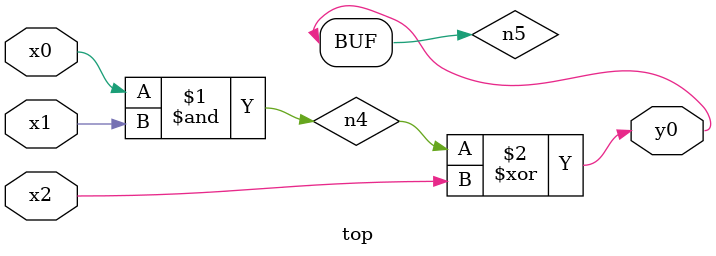
<source format=v>
module top( x0 , x1 , x2 , y0 );
  input x0 , x1 , x2 ;
  output y0 ;
  wire n4 , n5 ;
  assign n4 = x0 & x1 ;
  assign n5 = n4 ^ x2 ;
  assign y0 = n5 ;
endmodule

</source>
